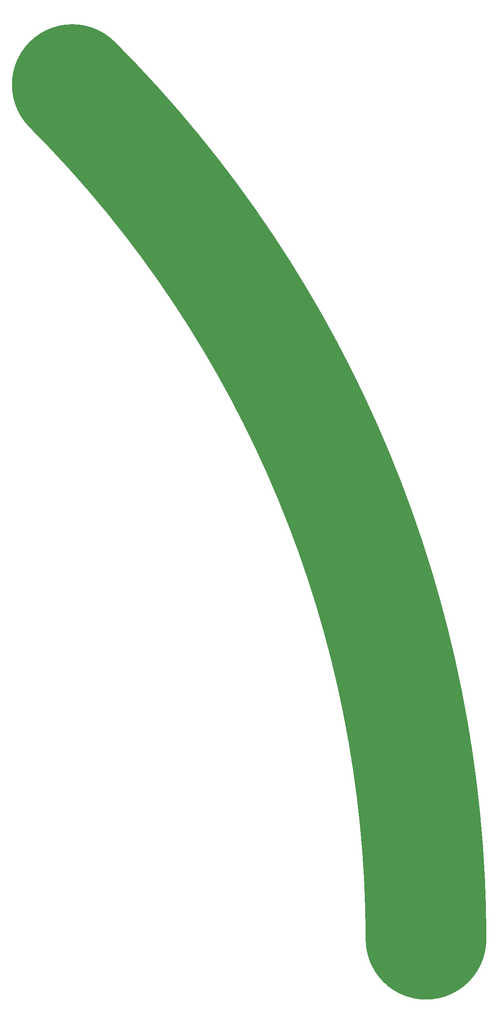
<source format=gbr>
%MOIN*%
%FSLAX22Y22*%
%ADD10C,1*%

D10*
G01*
X1000Y0D02*
G75*
G03*
X707Y707I-1000J0D01*

M02*

</source>
